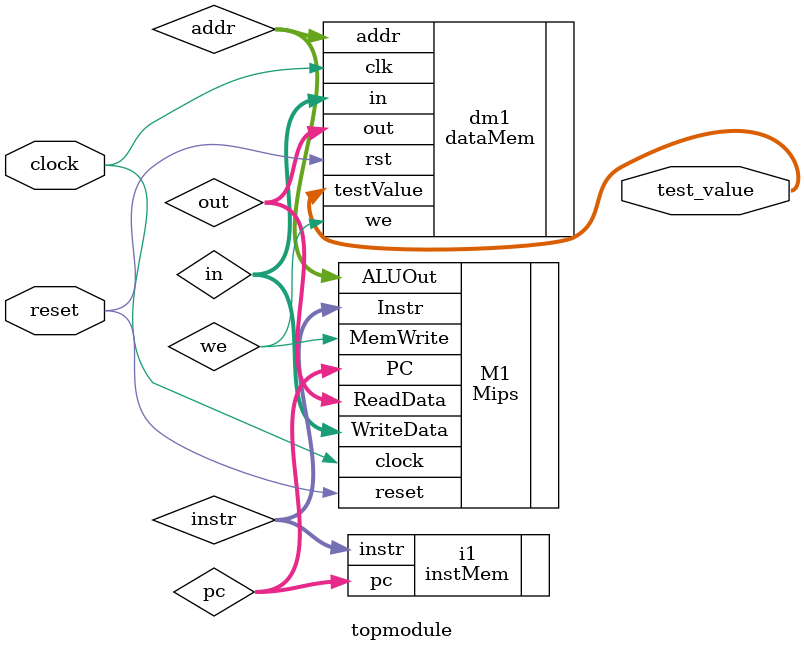
<source format=v>
module topmodule (      
    input  wire  clock , reset ,
    output wire [15:0] test_value
);
wire we,clk,rst ;
wire [31:0] addr, in , out; 
wire [31:0] pc  , instr ;


Mips M1 (
    .clock(clock),
    .reset(reset),
    .Instr(instr),
    .PC(pc),
    .ReadData(out),
    .ALUOut(addr),
    .WriteData(in),
    .MemWrite(we)
);

instMem i1(
    .pc(pc),
    .instr(instr)
);

dataMem dm1(
    .clk(clock),
    .rst(reset),
    .testValue(test_value),
    .in(in),
    .out(out),
    .addr(addr),
    .we(we)
);

endmodule
</source>
